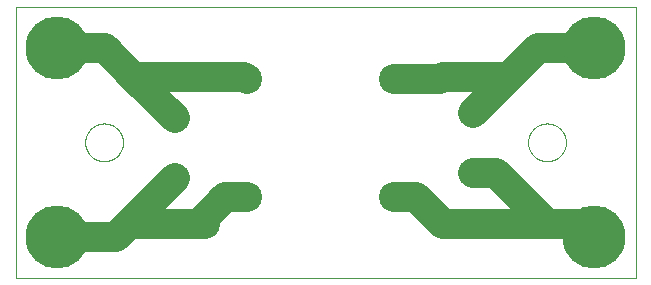
<source format=gtl>
G75*
%MOIN*%
%OFA0B0*%
%FSLAX25Y25*%
%IPPOS*%
%LPD*%
%AMOC8*
5,1,8,0,0,1.08239X$1,22.5*
%
%ADD10C,0.00000*%
%ADD11C,0.10000*%
%ADD12OC8,0.06300*%
%ADD13C,0.21000*%
%ADD14C,0.10000*%
D10*
X0001320Y0001320D02*
X0001320Y0091872D01*
X0208013Y0091872D01*
X0208013Y0001320D01*
X0001320Y0001320D01*
X0024549Y0046596D02*
X0024551Y0046754D01*
X0024557Y0046912D01*
X0024567Y0047070D01*
X0024581Y0047228D01*
X0024599Y0047385D01*
X0024620Y0047542D01*
X0024646Y0047698D01*
X0024676Y0047854D01*
X0024709Y0048009D01*
X0024747Y0048162D01*
X0024788Y0048315D01*
X0024833Y0048467D01*
X0024882Y0048618D01*
X0024935Y0048767D01*
X0024991Y0048915D01*
X0025051Y0049061D01*
X0025115Y0049206D01*
X0025183Y0049349D01*
X0025254Y0049491D01*
X0025328Y0049631D01*
X0025406Y0049768D01*
X0025488Y0049904D01*
X0025572Y0050038D01*
X0025661Y0050169D01*
X0025752Y0050298D01*
X0025847Y0050425D01*
X0025944Y0050550D01*
X0026045Y0050672D01*
X0026149Y0050791D01*
X0026256Y0050908D01*
X0026366Y0051022D01*
X0026479Y0051133D01*
X0026594Y0051242D01*
X0026712Y0051347D01*
X0026833Y0051449D01*
X0026956Y0051549D01*
X0027082Y0051645D01*
X0027210Y0051738D01*
X0027340Y0051828D01*
X0027473Y0051914D01*
X0027608Y0051998D01*
X0027744Y0052077D01*
X0027883Y0052154D01*
X0028024Y0052226D01*
X0028166Y0052296D01*
X0028310Y0052361D01*
X0028456Y0052423D01*
X0028603Y0052481D01*
X0028752Y0052536D01*
X0028902Y0052587D01*
X0029053Y0052634D01*
X0029205Y0052677D01*
X0029358Y0052716D01*
X0029513Y0052752D01*
X0029668Y0052783D01*
X0029824Y0052811D01*
X0029980Y0052835D01*
X0030137Y0052855D01*
X0030295Y0052871D01*
X0030452Y0052883D01*
X0030611Y0052891D01*
X0030769Y0052895D01*
X0030927Y0052895D01*
X0031085Y0052891D01*
X0031244Y0052883D01*
X0031401Y0052871D01*
X0031559Y0052855D01*
X0031716Y0052835D01*
X0031872Y0052811D01*
X0032028Y0052783D01*
X0032183Y0052752D01*
X0032338Y0052716D01*
X0032491Y0052677D01*
X0032643Y0052634D01*
X0032794Y0052587D01*
X0032944Y0052536D01*
X0033093Y0052481D01*
X0033240Y0052423D01*
X0033386Y0052361D01*
X0033530Y0052296D01*
X0033672Y0052226D01*
X0033813Y0052154D01*
X0033952Y0052077D01*
X0034088Y0051998D01*
X0034223Y0051914D01*
X0034356Y0051828D01*
X0034486Y0051738D01*
X0034614Y0051645D01*
X0034740Y0051549D01*
X0034863Y0051449D01*
X0034984Y0051347D01*
X0035102Y0051242D01*
X0035217Y0051133D01*
X0035330Y0051022D01*
X0035440Y0050908D01*
X0035547Y0050791D01*
X0035651Y0050672D01*
X0035752Y0050550D01*
X0035849Y0050425D01*
X0035944Y0050298D01*
X0036035Y0050169D01*
X0036124Y0050038D01*
X0036208Y0049904D01*
X0036290Y0049768D01*
X0036368Y0049631D01*
X0036442Y0049491D01*
X0036513Y0049349D01*
X0036581Y0049206D01*
X0036645Y0049061D01*
X0036705Y0048915D01*
X0036761Y0048767D01*
X0036814Y0048618D01*
X0036863Y0048467D01*
X0036908Y0048315D01*
X0036949Y0048162D01*
X0036987Y0048009D01*
X0037020Y0047854D01*
X0037050Y0047698D01*
X0037076Y0047542D01*
X0037097Y0047385D01*
X0037115Y0047228D01*
X0037129Y0047070D01*
X0037139Y0046912D01*
X0037145Y0046754D01*
X0037147Y0046596D01*
X0037145Y0046438D01*
X0037139Y0046280D01*
X0037129Y0046122D01*
X0037115Y0045964D01*
X0037097Y0045807D01*
X0037076Y0045650D01*
X0037050Y0045494D01*
X0037020Y0045338D01*
X0036987Y0045183D01*
X0036949Y0045030D01*
X0036908Y0044877D01*
X0036863Y0044725D01*
X0036814Y0044574D01*
X0036761Y0044425D01*
X0036705Y0044277D01*
X0036645Y0044131D01*
X0036581Y0043986D01*
X0036513Y0043843D01*
X0036442Y0043701D01*
X0036368Y0043561D01*
X0036290Y0043424D01*
X0036208Y0043288D01*
X0036124Y0043154D01*
X0036035Y0043023D01*
X0035944Y0042894D01*
X0035849Y0042767D01*
X0035752Y0042642D01*
X0035651Y0042520D01*
X0035547Y0042401D01*
X0035440Y0042284D01*
X0035330Y0042170D01*
X0035217Y0042059D01*
X0035102Y0041950D01*
X0034984Y0041845D01*
X0034863Y0041743D01*
X0034740Y0041643D01*
X0034614Y0041547D01*
X0034486Y0041454D01*
X0034356Y0041364D01*
X0034223Y0041278D01*
X0034088Y0041194D01*
X0033952Y0041115D01*
X0033813Y0041038D01*
X0033672Y0040966D01*
X0033530Y0040896D01*
X0033386Y0040831D01*
X0033240Y0040769D01*
X0033093Y0040711D01*
X0032944Y0040656D01*
X0032794Y0040605D01*
X0032643Y0040558D01*
X0032491Y0040515D01*
X0032338Y0040476D01*
X0032183Y0040440D01*
X0032028Y0040409D01*
X0031872Y0040381D01*
X0031716Y0040357D01*
X0031559Y0040337D01*
X0031401Y0040321D01*
X0031244Y0040309D01*
X0031085Y0040301D01*
X0030927Y0040297D01*
X0030769Y0040297D01*
X0030611Y0040301D01*
X0030452Y0040309D01*
X0030295Y0040321D01*
X0030137Y0040337D01*
X0029980Y0040357D01*
X0029824Y0040381D01*
X0029668Y0040409D01*
X0029513Y0040440D01*
X0029358Y0040476D01*
X0029205Y0040515D01*
X0029053Y0040558D01*
X0028902Y0040605D01*
X0028752Y0040656D01*
X0028603Y0040711D01*
X0028456Y0040769D01*
X0028310Y0040831D01*
X0028166Y0040896D01*
X0028024Y0040966D01*
X0027883Y0041038D01*
X0027744Y0041115D01*
X0027608Y0041194D01*
X0027473Y0041278D01*
X0027340Y0041364D01*
X0027210Y0041454D01*
X0027082Y0041547D01*
X0026956Y0041643D01*
X0026833Y0041743D01*
X0026712Y0041845D01*
X0026594Y0041950D01*
X0026479Y0042059D01*
X0026366Y0042170D01*
X0026256Y0042284D01*
X0026149Y0042401D01*
X0026045Y0042520D01*
X0025944Y0042642D01*
X0025847Y0042767D01*
X0025752Y0042894D01*
X0025661Y0043023D01*
X0025572Y0043154D01*
X0025488Y0043288D01*
X0025406Y0043424D01*
X0025328Y0043561D01*
X0025254Y0043701D01*
X0025183Y0043843D01*
X0025115Y0043986D01*
X0025051Y0044131D01*
X0024991Y0044277D01*
X0024935Y0044425D01*
X0024882Y0044574D01*
X0024833Y0044725D01*
X0024788Y0044877D01*
X0024747Y0045030D01*
X0024709Y0045183D01*
X0024676Y0045338D01*
X0024646Y0045494D01*
X0024620Y0045650D01*
X0024599Y0045807D01*
X0024581Y0045964D01*
X0024567Y0046122D01*
X0024557Y0046280D01*
X0024551Y0046438D01*
X0024549Y0046596D01*
X0172187Y0046596D02*
X0172189Y0046754D01*
X0172195Y0046912D01*
X0172205Y0047070D01*
X0172219Y0047228D01*
X0172237Y0047385D01*
X0172258Y0047542D01*
X0172284Y0047698D01*
X0172314Y0047854D01*
X0172347Y0048009D01*
X0172385Y0048162D01*
X0172426Y0048315D01*
X0172471Y0048467D01*
X0172520Y0048618D01*
X0172573Y0048767D01*
X0172629Y0048915D01*
X0172689Y0049061D01*
X0172753Y0049206D01*
X0172821Y0049349D01*
X0172892Y0049491D01*
X0172966Y0049631D01*
X0173044Y0049768D01*
X0173126Y0049904D01*
X0173210Y0050038D01*
X0173299Y0050169D01*
X0173390Y0050298D01*
X0173485Y0050425D01*
X0173582Y0050550D01*
X0173683Y0050672D01*
X0173787Y0050791D01*
X0173894Y0050908D01*
X0174004Y0051022D01*
X0174117Y0051133D01*
X0174232Y0051242D01*
X0174350Y0051347D01*
X0174471Y0051449D01*
X0174594Y0051549D01*
X0174720Y0051645D01*
X0174848Y0051738D01*
X0174978Y0051828D01*
X0175111Y0051914D01*
X0175246Y0051998D01*
X0175382Y0052077D01*
X0175521Y0052154D01*
X0175662Y0052226D01*
X0175804Y0052296D01*
X0175948Y0052361D01*
X0176094Y0052423D01*
X0176241Y0052481D01*
X0176390Y0052536D01*
X0176540Y0052587D01*
X0176691Y0052634D01*
X0176843Y0052677D01*
X0176996Y0052716D01*
X0177151Y0052752D01*
X0177306Y0052783D01*
X0177462Y0052811D01*
X0177618Y0052835D01*
X0177775Y0052855D01*
X0177933Y0052871D01*
X0178090Y0052883D01*
X0178249Y0052891D01*
X0178407Y0052895D01*
X0178565Y0052895D01*
X0178723Y0052891D01*
X0178882Y0052883D01*
X0179039Y0052871D01*
X0179197Y0052855D01*
X0179354Y0052835D01*
X0179510Y0052811D01*
X0179666Y0052783D01*
X0179821Y0052752D01*
X0179976Y0052716D01*
X0180129Y0052677D01*
X0180281Y0052634D01*
X0180432Y0052587D01*
X0180582Y0052536D01*
X0180731Y0052481D01*
X0180878Y0052423D01*
X0181024Y0052361D01*
X0181168Y0052296D01*
X0181310Y0052226D01*
X0181451Y0052154D01*
X0181590Y0052077D01*
X0181726Y0051998D01*
X0181861Y0051914D01*
X0181994Y0051828D01*
X0182124Y0051738D01*
X0182252Y0051645D01*
X0182378Y0051549D01*
X0182501Y0051449D01*
X0182622Y0051347D01*
X0182740Y0051242D01*
X0182855Y0051133D01*
X0182968Y0051022D01*
X0183078Y0050908D01*
X0183185Y0050791D01*
X0183289Y0050672D01*
X0183390Y0050550D01*
X0183487Y0050425D01*
X0183582Y0050298D01*
X0183673Y0050169D01*
X0183762Y0050038D01*
X0183846Y0049904D01*
X0183928Y0049768D01*
X0184006Y0049631D01*
X0184080Y0049491D01*
X0184151Y0049349D01*
X0184219Y0049206D01*
X0184283Y0049061D01*
X0184343Y0048915D01*
X0184399Y0048767D01*
X0184452Y0048618D01*
X0184501Y0048467D01*
X0184546Y0048315D01*
X0184587Y0048162D01*
X0184625Y0048009D01*
X0184658Y0047854D01*
X0184688Y0047698D01*
X0184714Y0047542D01*
X0184735Y0047385D01*
X0184753Y0047228D01*
X0184767Y0047070D01*
X0184777Y0046912D01*
X0184783Y0046754D01*
X0184785Y0046596D01*
X0184783Y0046438D01*
X0184777Y0046280D01*
X0184767Y0046122D01*
X0184753Y0045964D01*
X0184735Y0045807D01*
X0184714Y0045650D01*
X0184688Y0045494D01*
X0184658Y0045338D01*
X0184625Y0045183D01*
X0184587Y0045030D01*
X0184546Y0044877D01*
X0184501Y0044725D01*
X0184452Y0044574D01*
X0184399Y0044425D01*
X0184343Y0044277D01*
X0184283Y0044131D01*
X0184219Y0043986D01*
X0184151Y0043843D01*
X0184080Y0043701D01*
X0184006Y0043561D01*
X0183928Y0043424D01*
X0183846Y0043288D01*
X0183762Y0043154D01*
X0183673Y0043023D01*
X0183582Y0042894D01*
X0183487Y0042767D01*
X0183390Y0042642D01*
X0183289Y0042520D01*
X0183185Y0042401D01*
X0183078Y0042284D01*
X0182968Y0042170D01*
X0182855Y0042059D01*
X0182740Y0041950D01*
X0182622Y0041845D01*
X0182501Y0041743D01*
X0182378Y0041643D01*
X0182252Y0041547D01*
X0182124Y0041454D01*
X0181994Y0041364D01*
X0181861Y0041278D01*
X0181726Y0041194D01*
X0181590Y0041115D01*
X0181451Y0041038D01*
X0181310Y0040966D01*
X0181168Y0040896D01*
X0181024Y0040831D01*
X0180878Y0040769D01*
X0180731Y0040711D01*
X0180582Y0040656D01*
X0180432Y0040605D01*
X0180281Y0040558D01*
X0180129Y0040515D01*
X0179976Y0040476D01*
X0179821Y0040440D01*
X0179666Y0040409D01*
X0179510Y0040381D01*
X0179354Y0040357D01*
X0179197Y0040337D01*
X0179039Y0040321D01*
X0178882Y0040309D01*
X0178723Y0040301D01*
X0178565Y0040297D01*
X0178407Y0040297D01*
X0178249Y0040301D01*
X0178090Y0040309D01*
X0177933Y0040321D01*
X0177775Y0040337D01*
X0177618Y0040357D01*
X0177462Y0040381D01*
X0177306Y0040409D01*
X0177151Y0040440D01*
X0176996Y0040476D01*
X0176843Y0040515D01*
X0176691Y0040558D01*
X0176540Y0040605D01*
X0176390Y0040656D01*
X0176241Y0040711D01*
X0176094Y0040769D01*
X0175948Y0040831D01*
X0175804Y0040896D01*
X0175662Y0040966D01*
X0175521Y0041038D01*
X0175382Y0041115D01*
X0175246Y0041194D01*
X0175111Y0041278D01*
X0174978Y0041364D01*
X0174848Y0041454D01*
X0174720Y0041547D01*
X0174594Y0041643D01*
X0174471Y0041743D01*
X0174350Y0041845D01*
X0174232Y0041950D01*
X0174117Y0042059D01*
X0174004Y0042170D01*
X0173894Y0042284D01*
X0173787Y0042401D01*
X0173683Y0042520D01*
X0173582Y0042642D01*
X0173485Y0042767D01*
X0173390Y0042894D01*
X0173299Y0043023D01*
X0173210Y0043154D01*
X0173126Y0043288D01*
X0173044Y0043424D01*
X0172966Y0043561D01*
X0172892Y0043701D01*
X0172821Y0043843D01*
X0172753Y0043986D01*
X0172689Y0044131D01*
X0172629Y0044277D01*
X0172573Y0044425D01*
X0172520Y0044574D01*
X0172471Y0044725D01*
X0172426Y0044877D01*
X0172385Y0045030D01*
X0172347Y0045183D01*
X0172314Y0045338D01*
X0172284Y0045494D01*
X0172258Y0045650D01*
X0172237Y0045807D01*
X0172219Y0045964D01*
X0172205Y0046122D01*
X0172195Y0046280D01*
X0172189Y0046438D01*
X0172187Y0046596D01*
D11*
X0143761Y0068525D03*
X0127580Y0067620D03*
X0078368Y0067620D03*
X0064628Y0068525D03*
X0078368Y0028250D03*
X0064628Y0019313D03*
X0127580Y0028250D03*
X0143761Y0019313D03*
D12*
X0153683Y0036360D03*
X0153683Y0056360D03*
X0054470Y0054628D03*
X0054470Y0034628D03*
D13*
X0015100Y0015100D03*
X0015100Y0078092D03*
X0194234Y0078092D03*
X0194234Y0015100D03*
D14*
X0190021Y0019313D01*
X0178486Y0019313D01*
X0161439Y0036360D01*
X0153683Y0036360D01*
X0143761Y0019313D02*
X0134824Y0028250D01*
X0127580Y0028250D01*
X0143761Y0019313D02*
X0178486Y0019313D01*
X0194234Y0015100D02*
X0196202Y0015100D01*
X0153683Y0056360D02*
X0175415Y0078092D01*
X0194234Y0078092D01*
X0164155Y0066832D02*
X0162462Y0068525D01*
X0143761Y0068525D01*
X0142856Y0067620D01*
X0127580Y0067620D01*
X0153683Y0056360D02*
X0164155Y0066832D01*
X0078368Y0067620D02*
X0077462Y0068525D01*
X0064628Y0068525D01*
X0040572Y0068525D01*
X0031006Y0078092D01*
X0015100Y0078092D01*
X0040572Y0068525D02*
X0054470Y0054628D01*
X0054470Y0034628D02*
X0039785Y0019943D01*
X0034943Y0015100D01*
X0015100Y0015100D01*
X0039785Y0019943D02*
X0040415Y0019313D01*
X0062344Y0019313D01*
X0071281Y0028250D01*
X0078368Y0028250D01*
X0064628Y0019313D02*
X0062344Y0019313D01*
M02*

</source>
